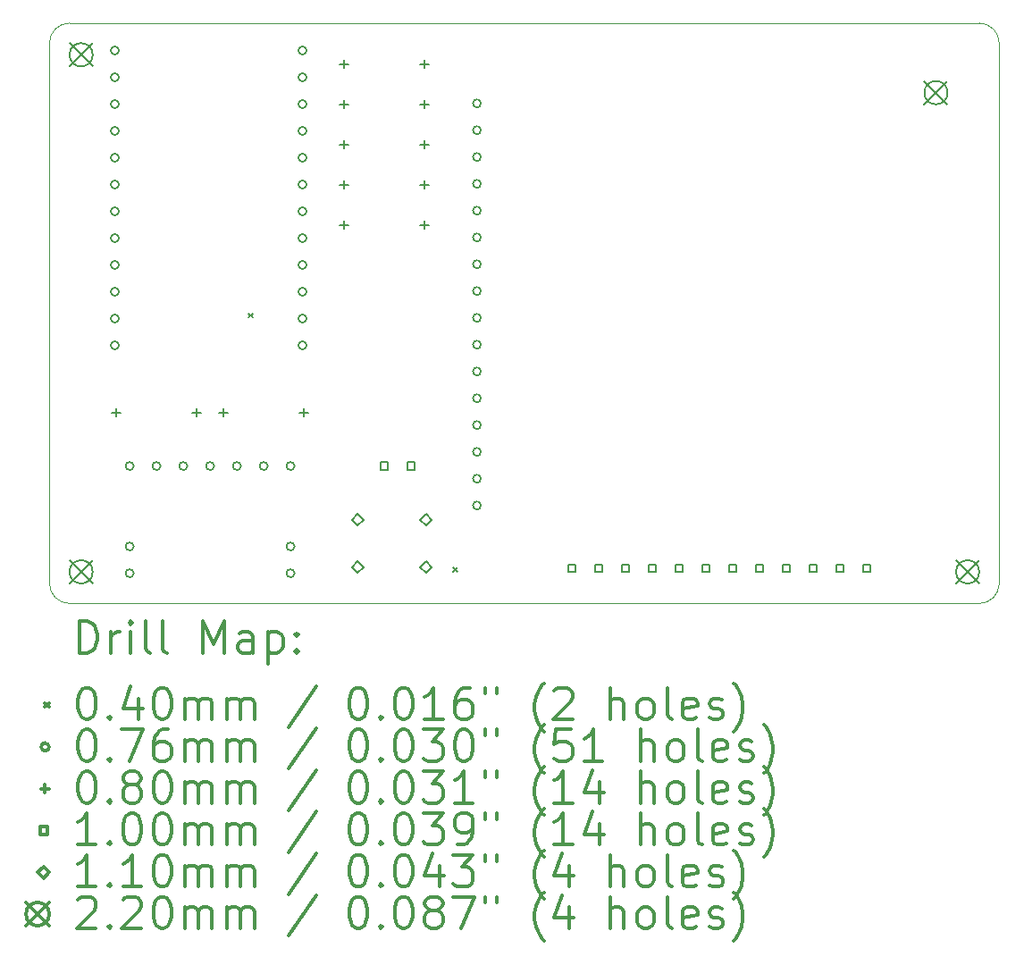
<source format=gbr>
%FSLAX45Y45*%
G04 Gerber Fmt 4.5, Leading zero omitted, Abs format (unit mm)*
G04 Created by KiCad (PCBNEW 5.1.5+dfsg1-2build2) date 2021-12-20 12:55:27*
%MOMM*%
%LPD*%
G04 APERTURE LIST*
%TA.AperFunction,Profile*%
%ADD10C,0.050000*%
%TD*%
%ADD11C,0.200000*%
%ADD12C,0.300000*%
G04 APERTURE END LIST*
D10*
X13000000Y-6091000D02*
G75*
G03X12809000Y-5900000I-191000J0D01*
G01*
X12809000Y-11400000D02*
G75*
G03X13000000Y-11209000I0J191000D01*
G01*
X4000000Y-11209000D02*
G75*
G03X4191000Y-11400000I191000J0D01*
G01*
X4191000Y-5900000D02*
G75*
G03X4000000Y-6091000I0J-191000D01*
G01*
X4000000Y-6091000D02*
X4000000Y-11209000D01*
X13000000Y-6091000D02*
X13000000Y-11209000D01*
X4191000Y-11400000D02*
X12809000Y-11400000D01*
X4191000Y-5900000D02*
X12809000Y-5900000D01*
D11*
X5888000Y-8649000D02*
X5928000Y-8689000D01*
X5928000Y-8649000D02*
X5888000Y-8689000D01*
X7824405Y-11056595D02*
X7864405Y-11096595D01*
X7864405Y-11056595D02*
X7824405Y-11096595D01*
X8088100Y-6661000D02*
G75*
G03X8088100Y-6661000I-38100J0D01*
G01*
X8088100Y-6915000D02*
G75*
G03X8088100Y-6915000I-38100J0D01*
G01*
X8088100Y-7169000D02*
G75*
G03X8088100Y-7169000I-38100J0D01*
G01*
X8088100Y-7423000D02*
G75*
G03X8088100Y-7423000I-38100J0D01*
G01*
X8088100Y-7677000D02*
G75*
G03X8088100Y-7677000I-38100J0D01*
G01*
X8088100Y-7931000D02*
G75*
G03X8088100Y-7931000I-38100J0D01*
G01*
X8088100Y-8185000D02*
G75*
G03X8088100Y-8185000I-38100J0D01*
G01*
X8088100Y-8439000D02*
G75*
G03X8088100Y-8439000I-38100J0D01*
G01*
X8088100Y-8693000D02*
G75*
G03X8088100Y-8693000I-38100J0D01*
G01*
X8088100Y-8947000D02*
G75*
G03X8088100Y-8947000I-38100J0D01*
G01*
X8088100Y-9201000D02*
G75*
G03X8088100Y-9201000I-38100J0D01*
G01*
X8088100Y-9455000D02*
G75*
G03X8088100Y-9455000I-38100J0D01*
G01*
X8088100Y-9709000D02*
G75*
G03X8088100Y-9709000I-38100J0D01*
G01*
X8088100Y-9963000D02*
G75*
G03X8088100Y-9963000I-38100J0D01*
G01*
X8088100Y-10217000D02*
G75*
G03X8088100Y-10217000I-38100J0D01*
G01*
X8088100Y-10471000D02*
G75*
G03X8088100Y-10471000I-38100J0D01*
G01*
X4798100Y-10097000D02*
G75*
G03X4798100Y-10097000I-38100J0D01*
G01*
X4798100Y-10859000D02*
G75*
G03X4798100Y-10859000I-38100J0D01*
G01*
X4798100Y-11113000D02*
G75*
G03X4798100Y-11113000I-38100J0D01*
G01*
X5052100Y-10097000D02*
G75*
G03X5052100Y-10097000I-38100J0D01*
G01*
X5306100Y-10097000D02*
G75*
G03X5306100Y-10097000I-38100J0D01*
G01*
X5560100Y-10097000D02*
G75*
G03X5560100Y-10097000I-38100J0D01*
G01*
X5814100Y-10097000D02*
G75*
G03X5814100Y-10097000I-38100J0D01*
G01*
X6068100Y-10097000D02*
G75*
G03X6068100Y-10097000I-38100J0D01*
G01*
X6322100Y-10097000D02*
G75*
G03X6322100Y-10097000I-38100J0D01*
G01*
X6322100Y-10859000D02*
G75*
G03X6322100Y-10859000I-38100J0D01*
G01*
X6322100Y-11113000D02*
G75*
G03X6322100Y-11113000I-38100J0D01*
G01*
X4657100Y-6159000D02*
G75*
G03X4657100Y-6159000I-38100J0D01*
G01*
X4657100Y-6413000D02*
G75*
G03X4657100Y-6413000I-38100J0D01*
G01*
X4657100Y-6667000D02*
G75*
G03X4657100Y-6667000I-38100J0D01*
G01*
X4657100Y-6921000D02*
G75*
G03X4657100Y-6921000I-38100J0D01*
G01*
X4657100Y-7175000D02*
G75*
G03X4657100Y-7175000I-38100J0D01*
G01*
X4657100Y-7429000D02*
G75*
G03X4657100Y-7429000I-38100J0D01*
G01*
X4657100Y-7683000D02*
G75*
G03X4657100Y-7683000I-38100J0D01*
G01*
X4657100Y-7937000D02*
G75*
G03X4657100Y-7937000I-38100J0D01*
G01*
X4657100Y-8191000D02*
G75*
G03X4657100Y-8191000I-38100J0D01*
G01*
X4657100Y-8445000D02*
G75*
G03X4657100Y-8445000I-38100J0D01*
G01*
X4657100Y-8699000D02*
G75*
G03X4657100Y-8699000I-38100J0D01*
G01*
X4657100Y-8953000D02*
G75*
G03X4657100Y-8953000I-38100J0D01*
G01*
X6435100Y-6159000D02*
G75*
G03X6435100Y-6159000I-38100J0D01*
G01*
X6435100Y-6413000D02*
G75*
G03X6435100Y-6413000I-38100J0D01*
G01*
X6435100Y-6667000D02*
G75*
G03X6435100Y-6667000I-38100J0D01*
G01*
X6435100Y-6921000D02*
G75*
G03X6435100Y-6921000I-38100J0D01*
G01*
X6435100Y-7175000D02*
G75*
G03X6435100Y-7175000I-38100J0D01*
G01*
X6435100Y-7429000D02*
G75*
G03X6435100Y-7429000I-38100J0D01*
G01*
X6435100Y-7683000D02*
G75*
G03X6435100Y-7683000I-38100J0D01*
G01*
X6435100Y-7937000D02*
G75*
G03X6435100Y-7937000I-38100J0D01*
G01*
X6435100Y-8191000D02*
G75*
G03X6435100Y-8191000I-38100J0D01*
G01*
X6435100Y-8445000D02*
G75*
G03X6435100Y-8445000I-38100J0D01*
G01*
X6435100Y-8699000D02*
G75*
G03X6435100Y-8699000I-38100J0D01*
G01*
X6435100Y-8953000D02*
G75*
G03X6435100Y-8953000I-38100J0D01*
G01*
X6792000Y-7009000D02*
X6792000Y-7089000D01*
X6752000Y-7049000D02*
X6832000Y-7049000D01*
X7554000Y-7009000D02*
X7554000Y-7089000D01*
X7514000Y-7049000D02*
X7594000Y-7049000D01*
X6792000Y-7390000D02*
X6792000Y-7470000D01*
X6752000Y-7430000D02*
X6832000Y-7430000D01*
X7554000Y-7390000D02*
X7554000Y-7470000D01*
X7514000Y-7430000D02*
X7594000Y-7430000D01*
X4633000Y-9549000D02*
X4633000Y-9629000D01*
X4593000Y-9589000D02*
X4673000Y-9589000D01*
X5395000Y-9549000D02*
X5395000Y-9629000D01*
X5355000Y-9589000D02*
X5435000Y-9589000D01*
X6792000Y-6628000D02*
X6792000Y-6708000D01*
X6752000Y-6668000D02*
X6832000Y-6668000D01*
X7554000Y-6628000D02*
X7554000Y-6708000D01*
X7514000Y-6668000D02*
X7594000Y-6668000D01*
X6792000Y-6247000D02*
X6792000Y-6327000D01*
X6752000Y-6287000D02*
X6832000Y-6287000D01*
X7554000Y-6247000D02*
X7554000Y-6327000D01*
X7514000Y-6287000D02*
X7594000Y-6287000D01*
X5649000Y-9549000D02*
X5649000Y-9629000D01*
X5609000Y-9589000D02*
X5689000Y-9589000D01*
X6411000Y-9549000D02*
X6411000Y-9629000D01*
X6371000Y-9589000D02*
X6451000Y-9589000D01*
X6792000Y-7771000D02*
X6792000Y-7851000D01*
X6752000Y-7811000D02*
X6832000Y-7811000D01*
X7554000Y-7771000D02*
X7554000Y-7851000D01*
X7514000Y-7811000D02*
X7594000Y-7811000D01*
X8986356Y-11101356D02*
X8986356Y-11030644D01*
X8915644Y-11030644D01*
X8915644Y-11101356D01*
X8986356Y-11101356D01*
X9240356Y-11101356D02*
X9240356Y-11030644D01*
X9169644Y-11030644D01*
X9169644Y-11101356D01*
X9240356Y-11101356D01*
X9494356Y-11101356D02*
X9494356Y-11030644D01*
X9423644Y-11030644D01*
X9423644Y-11101356D01*
X9494356Y-11101356D01*
X9748356Y-11101356D02*
X9748356Y-11030644D01*
X9677644Y-11030644D01*
X9677644Y-11101356D01*
X9748356Y-11101356D01*
X10002356Y-11101356D02*
X10002356Y-11030644D01*
X9931644Y-11030644D01*
X9931644Y-11101356D01*
X10002356Y-11101356D01*
X10256356Y-11101356D02*
X10256356Y-11030644D01*
X10185644Y-11030644D01*
X10185644Y-11101356D01*
X10256356Y-11101356D01*
X10510356Y-11101356D02*
X10510356Y-11030644D01*
X10439644Y-11030644D01*
X10439644Y-11101356D01*
X10510356Y-11101356D01*
X10764356Y-11101356D02*
X10764356Y-11030644D01*
X10693644Y-11030644D01*
X10693644Y-11101356D01*
X10764356Y-11101356D01*
X11018356Y-11101356D02*
X11018356Y-11030644D01*
X10947644Y-11030644D01*
X10947644Y-11101356D01*
X11018356Y-11101356D01*
X11272356Y-11101356D02*
X11272356Y-11030644D01*
X11201644Y-11030644D01*
X11201644Y-11101356D01*
X11272356Y-11101356D01*
X11526356Y-11101356D02*
X11526356Y-11030644D01*
X11455644Y-11030644D01*
X11455644Y-11101356D01*
X11526356Y-11101356D01*
X11780356Y-11101356D02*
X11780356Y-11030644D01*
X11709644Y-11030644D01*
X11709644Y-11101356D01*
X11780356Y-11101356D01*
X7208356Y-10132356D02*
X7208356Y-10061644D01*
X7137644Y-10061644D01*
X7137644Y-10132356D01*
X7208356Y-10132356D01*
X7462356Y-10132356D02*
X7462356Y-10061644D01*
X7391644Y-10061644D01*
X7391644Y-10132356D01*
X7462356Y-10132356D01*
X6919000Y-10660000D02*
X6974000Y-10605000D01*
X6919000Y-10550000D01*
X6864000Y-10605000D01*
X6919000Y-10660000D01*
X6919000Y-11110000D02*
X6974000Y-11055000D01*
X6919000Y-11000000D01*
X6864000Y-11055000D01*
X6919000Y-11110000D01*
X7569000Y-10660000D02*
X7624000Y-10605000D01*
X7569000Y-10550000D01*
X7514000Y-10605000D01*
X7569000Y-10660000D01*
X7569000Y-11110000D02*
X7624000Y-11055000D01*
X7569000Y-11000000D01*
X7514000Y-11055000D01*
X7569000Y-11110000D01*
X12590000Y-10990000D02*
X12810000Y-11210000D01*
X12810000Y-10990000D02*
X12590000Y-11210000D01*
X12810000Y-11100000D02*
G75*
G03X12810000Y-11100000I-110000J0D01*
G01*
X4190000Y-10990000D02*
X4410000Y-11210000D01*
X4410000Y-10990000D02*
X4190000Y-11210000D01*
X4410000Y-11100000D02*
G75*
G03X4410000Y-11100000I-110000J0D01*
G01*
X12290000Y-6450000D02*
X12510000Y-6670000D01*
X12510000Y-6450000D02*
X12290000Y-6670000D01*
X12510000Y-6560000D02*
G75*
G03X12510000Y-6560000I-110000J0D01*
G01*
X4190000Y-6090000D02*
X4410000Y-6310000D01*
X4410000Y-6090000D02*
X4190000Y-6310000D01*
X4410000Y-6200000D02*
G75*
G03X4410000Y-6200000I-110000J0D01*
G01*
D12*
X4283928Y-11868214D02*
X4283928Y-11568214D01*
X4355357Y-11568214D01*
X4398214Y-11582500D01*
X4426786Y-11611071D01*
X4441071Y-11639643D01*
X4455357Y-11696786D01*
X4455357Y-11739643D01*
X4441071Y-11796786D01*
X4426786Y-11825357D01*
X4398214Y-11853929D01*
X4355357Y-11868214D01*
X4283928Y-11868214D01*
X4583928Y-11868214D02*
X4583928Y-11668214D01*
X4583928Y-11725357D02*
X4598214Y-11696786D01*
X4612500Y-11682500D01*
X4641071Y-11668214D01*
X4669643Y-11668214D01*
X4769643Y-11868214D02*
X4769643Y-11668214D01*
X4769643Y-11568214D02*
X4755357Y-11582500D01*
X4769643Y-11596786D01*
X4783928Y-11582500D01*
X4769643Y-11568214D01*
X4769643Y-11596786D01*
X4955357Y-11868214D02*
X4926786Y-11853929D01*
X4912500Y-11825357D01*
X4912500Y-11568214D01*
X5112500Y-11868214D02*
X5083928Y-11853929D01*
X5069643Y-11825357D01*
X5069643Y-11568214D01*
X5455357Y-11868214D02*
X5455357Y-11568214D01*
X5555357Y-11782500D01*
X5655357Y-11568214D01*
X5655357Y-11868214D01*
X5926786Y-11868214D02*
X5926786Y-11711071D01*
X5912500Y-11682500D01*
X5883928Y-11668214D01*
X5826786Y-11668214D01*
X5798214Y-11682500D01*
X5926786Y-11853929D02*
X5898214Y-11868214D01*
X5826786Y-11868214D01*
X5798214Y-11853929D01*
X5783928Y-11825357D01*
X5783928Y-11796786D01*
X5798214Y-11768214D01*
X5826786Y-11753929D01*
X5898214Y-11753929D01*
X5926786Y-11739643D01*
X6069643Y-11668214D02*
X6069643Y-11968214D01*
X6069643Y-11682500D02*
X6098214Y-11668214D01*
X6155357Y-11668214D01*
X6183928Y-11682500D01*
X6198214Y-11696786D01*
X6212500Y-11725357D01*
X6212500Y-11811071D01*
X6198214Y-11839643D01*
X6183928Y-11853929D01*
X6155357Y-11868214D01*
X6098214Y-11868214D01*
X6069643Y-11853929D01*
X6341071Y-11839643D02*
X6355357Y-11853929D01*
X6341071Y-11868214D01*
X6326786Y-11853929D01*
X6341071Y-11839643D01*
X6341071Y-11868214D01*
X6341071Y-11682500D02*
X6355357Y-11696786D01*
X6341071Y-11711071D01*
X6326786Y-11696786D01*
X6341071Y-11682500D01*
X6341071Y-11711071D01*
X3957500Y-12342500D02*
X3997500Y-12382500D01*
X3997500Y-12342500D02*
X3957500Y-12382500D01*
X4341071Y-12198214D02*
X4369643Y-12198214D01*
X4398214Y-12212500D01*
X4412500Y-12226786D01*
X4426786Y-12255357D01*
X4441071Y-12312500D01*
X4441071Y-12383929D01*
X4426786Y-12441071D01*
X4412500Y-12469643D01*
X4398214Y-12483929D01*
X4369643Y-12498214D01*
X4341071Y-12498214D01*
X4312500Y-12483929D01*
X4298214Y-12469643D01*
X4283928Y-12441071D01*
X4269643Y-12383929D01*
X4269643Y-12312500D01*
X4283928Y-12255357D01*
X4298214Y-12226786D01*
X4312500Y-12212500D01*
X4341071Y-12198214D01*
X4569643Y-12469643D02*
X4583928Y-12483929D01*
X4569643Y-12498214D01*
X4555357Y-12483929D01*
X4569643Y-12469643D01*
X4569643Y-12498214D01*
X4841071Y-12298214D02*
X4841071Y-12498214D01*
X4769643Y-12183929D02*
X4698214Y-12398214D01*
X4883928Y-12398214D01*
X5055357Y-12198214D02*
X5083928Y-12198214D01*
X5112500Y-12212500D01*
X5126786Y-12226786D01*
X5141071Y-12255357D01*
X5155357Y-12312500D01*
X5155357Y-12383929D01*
X5141071Y-12441071D01*
X5126786Y-12469643D01*
X5112500Y-12483929D01*
X5083928Y-12498214D01*
X5055357Y-12498214D01*
X5026786Y-12483929D01*
X5012500Y-12469643D01*
X4998214Y-12441071D01*
X4983928Y-12383929D01*
X4983928Y-12312500D01*
X4998214Y-12255357D01*
X5012500Y-12226786D01*
X5026786Y-12212500D01*
X5055357Y-12198214D01*
X5283928Y-12498214D02*
X5283928Y-12298214D01*
X5283928Y-12326786D02*
X5298214Y-12312500D01*
X5326786Y-12298214D01*
X5369643Y-12298214D01*
X5398214Y-12312500D01*
X5412500Y-12341071D01*
X5412500Y-12498214D01*
X5412500Y-12341071D02*
X5426786Y-12312500D01*
X5455357Y-12298214D01*
X5498214Y-12298214D01*
X5526786Y-12312500D01*
X5541071Y-12341071D01*
X5541071Y-12498214D01*
X5683928Y-12498214D02*
X5683928Y-12298214D01*
X5683928Y-12326786D02*
X5698214Y-12312500D01*
X5726786Y-12298214D01*
X5769643Y-12298214D01*
X5798214Y-12312500D01*
X5812500Y-12341071D01*
X5812500Y-12498214D01*
X5812500Y-12341071D02*
X5826786Y-12312500D01*
X5855357Y-12298214D01*
X5898214Y-12298214D01*
X5926786Y-12312500D01*
X5941071Y-12341071D01*
X5941071Y-12498214D01*
X6526786Y-12183929D02*
X6269643Y-12569643D01*
X6912500Y-12198214D02*
X6941071Y-12198214D01*
X6969643Y-12212500D01*
X6983928Y-12226786D01*
X6998214Y-12255357D01*
X7012500Y-12312500D01*
X7012500Y-12383929D01*
X6998214Y-12441071D01*
X6983928Y-12469643D01*
X6969643Y-12483929D01*
X6941071Y-12498214D01*
X6912500Y-12498214D01*
X6883928Y-12483929D01*
X6869643Y-12469643D01*
X6855357Y-12441071D01*
X6841071Y-12383929D01*
X6841071Y-12312500D01*
X6855357Y-12255357D01*
X6869643Y-12226786D01*
X6883928Y-12212500D01*
X6912500Y-12198214D01*
X7141071Y-12469643D02*
X7155357Y-12483929D01*
X7141071Y-12498214D01*
X7126786Y-12483929D01*
X7141071Y-12469643D01*
X7141071Y-12498214D01*
X7341071Y-12198214D02*
X7369643Y-12198214D01*
X7398214Y-12212500D01*
X7412500Y-12226786D01*
X7426786Y-12255357D01*
X7441071Y-12312500D01*
X7441071Y-12383929D01*
X7426786Y-12441071D01*
X7412500Y-12469643D01*
X7398214Y-12483929D01*
X7369643Y-12498214D01*
X7341071Y-12498214D01*
X7312500Y-12483929D01*
X7298214Y-12469643D01*
X7283928Y-12441071D01*
X7269643Y-12383929D01*
X7269643Y-12312500D01*
X7283928Y-12255357D01*
X7298214Y-12226786D01*
X7312500Y-12212500D01*
X7341071Y-12198214D01*
X7726786Y-12498214D02*
X7555357Y-12498214D01*
X7641071Y-12498214D02*
X7641071Y-12198214D01*
X7612500Y-12241071D01*
X7583928Y-12269643D01*
X7555357Y-12283929D01*
X7983928Y-12198214D02*
X7926786Y-12198214D01*
X7898214Y-12212500D01*
X7883928Y-12226786D01*
X7855357Y-12269643D01*
X7841071Y-12326786D01*
X7841071Y-12441071D01*
X7855357Y-12469643D01*
X7869643Y-12483929D01*
X7898214Y-12498214D01*
X7955357Y-12498214D01*
X7983928Y-12483929D01*
X7998214Y-12469643D01*
X8012500Y-12441071D01*
X8012500Y-12369643D01*
X7998214Y-12341071D01*
X7983928Y-12326786D01*
X7955357Y-12312500D01*
X7898214Y-12312500D01*
X7869643Y-12326786D01*
X7855357Y-12341071D01*
X7841071Y-12369643D01*
X8126786Y-12198214D02*
X8126786Y-12255357D01*
X8241071Y-12198214D02*
X8241071Y-12255357D01*
X8683928Y-12612500D02*
X8669643Y-12598214D01*
X8641071Y-12555357D01*
X8626786Y-12526786D01*
X8612500Y-12483929D01*
X8598214Y-12412500D01*
X8598214Y-12355357D01*
X8612500Y-12283929D01*
X8626786Y-12241071D01*
X8641071Y-12212500D01*
X8669643Y-12169643D01*
X8683928Y-12155357D01*
X8783928Y-12226786D02*
X8798214Y-12212500D01*
X8826786Y-12198214D01*
X8898214Y-12198214D01*
X8926786Y-12212500D01*
X8941071Y-12226786D01*
X8955357Y-12255357D01*
X8955357Y-12283929D01*
X8941071Y-12326786D01*
X8769643Y-12498214D01*
X8955357Y-12498214D01*
X9312500Y-12498214D02*
X9312500Y-12198214D01*
X9441071Y-12498214D02*
X9441071Y-12341071D01*
X9426786Y-12312500D01*
X9398214Y-12298214D01*
X9355357Y-12298214D01*
X9326786Y-12312500D01*
X9312500Y-12326786D01*
X9626786Y-12498214D02*
X9598214Y-12483929D01*
X9583928Y-12469643D01*
X9569643Y-12441071D01*
X9569643Y-12355357D01*
X9583928Y-12326786D01*
X9598214Y-12312500D01*
X9626786Y-12298214D01*
X9669643Y-12298214D01*
X9698214Y-12312500D01*
X9712500Y-12326786D01*
X9726786Y-12355357D01*
X9726786Y-12441071D01*
X9712500Y-12469643D01*
X9698214Y-12483929D01*
X9669643Y-12498214D01*
X9626786Y-12498214D01*
X9898214Y-12498214D02*
X9869643Y-12483929D01*
X9855357Y-12455357D01*
X9855357Y-12198214D01*
X10126786Y-12483929D02*
X10098214Y-12498214D01*
X10041071Y-12498214D01*
X10012500Y-12483929D01*
X9998214Y-12455357D01*
X9998214Y-12341071D01*
X10012500Y-12312500D01*
X10041071Y-12298214D01*
X10098214Y-12298214D01*
X10126786Y-12312500D01*
X10141071Y-12341071D01*
X10141071Y-12369643D01*
X9998214Y-12398214D01*
X10255357Y-12483929D02*
X10283928Y-12498214D01*
X10341071Y-12498214D01*
X10369643Y-12483929D01*
X10383928Y-12455357D01*
X10383928Y-12441071D01*
X10369643Y-12412500D01*
X10341071Y-12398214D01*
X10298214Y-12398214D01*
X10269643Y-12383929D01*
X10255357Y-12355357D01*
X10255357Y-12341071D01*
X10269643Y-12312500D01*
X10298214Y-12298214D01*
X10341071Y-12298214D01*
X10369643Y-12312500D01*
X10483928Y-12612500D02*
X10498214Y-12598214D01*
X10526786Y-12555357D01*
X10541071Y-12526786D01*
X10555357Y-12483929D01*
X10569643Y-12412500D01*
X10569643Y-12355357D01*
X10555357Y-12283929D01*
X10541071Y-12241071D01*
X10526786Y-12212500D01*
X10498214Y-12169643D01*
X10483928Y-12155357D01*
X3997500Y-12758500D02*
G75*
G03X3997500Y-12758500I-38100J0D01*
G01*
X4341071Y-12594214D02*
X4369643Y-12594214D01*
X4398214Y-12608500D01*
X4412500Y-12622786D01*
X4426786Y-12651357D01*
X4441071Y-12708500D01*
X4441071Y-12779929D01*
X4426786Y-12837071D01*
X4412500Y-12865643D01*
X4398214Y-12879929D01*
X4369643Y-12894214D01*
X4341071Y-12894214D01*
X4312500Y-12879929D01*
X4298214Y-12865643D01*
X4283928Y-12837071D01*
X4269643Y-12779929D01*
X4269643Y-12708500D01*
X4283928Y-12651357D01*
X4298214Y-12622786D01*
X4312500Y-12608500D01*
X4341071Y-12594214D01*
X4569643Y-12865643D02*
X4583928Y-12879929D01*
X4569643Y-12894214D01*
X4555357Y-12879929D01*
X4569643Y-12865643D01*
X4569643Y-12894214D01*
X4683928Y-12594214D02*
X4883928Y-12594214D01*
X4755357Y-12894214D01*
X5126786Y-12594214D02*
X5069643Y-12594214D01*
X5041071Y-12608500D01*
X5026786Y-12622786D01*
X4998214Y-12665643D01*
X4983928Y-12722786D01*
X4983928Y-12837071D01*
X4998214Y-12865643D01*
X5012500Y-12879929D01*
X5041071Y-12894214D01*
X5098214Y-12894214D01*
X5126786Y-12879929D01*
X5141071Y-12865643D01*
X5155357Y-12837071D01*
X5155357Y-12765643D01*
X5141071Y-12737071D01*
X5126786Y-12722786D01*
X5098214Y-12708500D01*
X5041071Y-12708500D01*
X5012500Y-12722786D01*
X4998214Y-12737071D01*
X4983928Y-12765643D01*
X5283928Y-12894214D02*
X5283928Y-12694214D01*
X5283928Y-12722786D02*
X5298214Y-12708500D01*
X5326786Y-12694214D01*
X5369643Y-12694214D01*
X5398214Y-12708500D01*
X5412500Y-12737071D01*
X5412500Y-12894214D01*
X5412500Y-12737071D02*
X5426786Y-12708500D01*
X5455357Y-12694214D01*
X5498214Y-12694214D01*
X5526786Y-12708500D01*
X5541071Y-12737071D01*
X5541071Y-12894214D01*
X5683928Y-12894214D02*
X5683928Y-12694214D01*
X5683928Y-12722786D02*
X5698214Y-12708500D01*
X5726786Y-12694214D01*
X5769643Y-12694214D01*
X5798214Y-12708500D01*
X5812500Y-12737071D01*
X5812500Y-12894214D01*
X5812500Y-12737071D02*
X5826786Y-12708500D01*
X5855357Y-12694214D01*
X5898214Y-12694214D01*
X5926786Y-12708500D01*
X5941071Y-12737071D01*
X5941071Y-12894214D01*
X6526786Y-12579929D02*
X6269643Y-12965643D01*
X6912500Y-12594214D02*
X6941071Y-12594214D01*
X6969643Y-12608500D01*
X6983928Y-12622786D01*
X6998214Y-12651357D01*
X7012500Y-12708500D01*
X7012500Y-12779929D01*
X6998214Y-12837071D01*
X6983928Y-12865643D01*
X6969643Y-12879929D01*
X6941071Y-12894214D01*
X6912500Y-12894214D01*
X6883928Y-12879929D01*
X6869643Y-12865643D01*
X6855357Y-12837071D01*
X6841071Y-12779929D01*
X6841071Y-12708500D01*
X6855357Y-12651357D01*
X6869643Y-12622786D01*
X6883928Y-12608500D01*
X6912500Y-12594214D01*
X7141071Y-12865643D02*
X7155357Y-12879929D01*
X7141071Y-12894214D01*
X7126786Y-12879929D01*
X7141071Y-12865643D01*
X7141071Y-12894214D01*
X7341071Y-12594214D02*
X7369643Y-12594214D01*
X7398214Y-12608500D01*
X7412500Y-12622786D01*
X7426786Y-12651357D01*
X7441071Y-12708500D01*
X7441071Y-12779929D01*
X7426786Y-12837071D01*
X7412500Y-12865643D01*
X7398214Y-12879929D01*
X7369643Y-12894214D01*
X7341071Y-12894214D01*
X7312500Y-12879929D01*
X7298214Y-12865643D01*
X7283928Y-12837071D01*
X7269643Y-12779929D01*
X7269643Y-12708500D01*
X7283928Y-12651357D01*
X7298214Y-12622786D01*
X7312500Y-12608500D01*
X7341071Y-12594214D01*
X7541071Y-12594214D02*
X7726786Y-12594214D01*
X7626786Y-12708500D01*
X7669643Y-12708500D01*
X7698214Y-12722786D01*
X7712500Y-12737071D01*
X7726786Y-12765643D01*
X7726786Y-12837071D01*
X7712500Y-12865643D01*
X7698214Y-12879929D01*
X7669643Y-12894214D01*
X7583928Y-12894214D01*
X7555357Y-12879929D01*
X7541071Y-12865643D01*
X7912500Y-12594214D02*
X7941071Y-12594214D01*
X7969643Y-12608500D01*
X7983928Y-12622786D01*
X7998214Y-12651357D01*
X8012500Y-12708500D01*
X8012500Y-12779929D01*
X7998214Y-12837071D01*
X7983928Y-12865643D01*
X7969643Y-12879929D01*
X7941071Y-12894214D01*
X7912500Y-12894214D01*
X7883928Y-12879929D01*
X7869643Y-12865643D01*
X7855357Y-12837071D01*
X7841071Y-12779929D01*
X7841071Y-12708500D01*
X7855357Y-12651357D01*
X7869643Y-12622786D01*
X7883928Y-12608500D01*
X7912500Y-12594214D01*
X8126786Y-12594214D02*
X8126786Y-12651357D01*
X8241071Y-12594214D02*
X8241071Y-12651357D01*
X8683928Y-13008500D02*
X8669643Y-12994214D01*
X8641071Y-12951357D01*
X8626786Y-12922786D01*
X8612500Y-12879929D01*
X8598214Y-12808500D01*
X8598214Y-12751357D01*
X8612500Y-12679929D01*
X8626786Y-12637071D01*
X8641071Y-12608500D01*
X8669643Y-12565643D01*
X8683928Y-12551357D01*
X8941071Y-12594214D02*
X8798214Y-12594214D01*
X8783928Y-12737071D01*
X8798214Y-12722786D01*
X8826786Y-12708500D01*
X8898214Y-12708500D01*
X8926786Y-12722786D01*
X8941071Y-12737071D01*
X8955357Y-12765643D01*
X8955357Y-12837071D01*
X8941071Y-12865643D01*
X8926786Y-12879929D01*
X8898214Y-12894214D01*
X8826786Y-12894214D01*
X8798214Y-12879929D01*
X8783928Y-12865643D01*
X9241071Y-12894214D02*
X9069643Y-12894214D01*
X9155357Y-12894214D02*
X9155357Y-12594214D01*
X9126786Y-12637071D01*
X9098214Y-12665643D01*
X9069643Y-12679929D01*
X9598214Y-12894214D02*
X9598214Y-12594214D01*
X9726786Y-12894214D02*
X9726786Y-12737071D01*
X9712500Y-12708500D01*
X9683928Y-12694214D01*
X9641071Y-12694214D01*
X9612500Y-12708500D01*
X9598214Y-12722786D01*
X9912500Y-12894214D02*
X9883928Y-12879929D01*
X9869643Y-12865643D01*
X9855357Y-12837071D01*
X9855357Y-12751357D01*
X9869643Y-12722786D01*
X9883928Y-12708500D01*
X9912500Y-12694214D01*
X9955357Y-12694214D01*
X9983928Y-12708500D01*
X9998214Y-12722786D01*
X10012500Y-12751357D01*
X10012500Y-12837071D01*
X9998214Y-12865643D01*
X9983928Y-12879929D01*
X9955357Y-12894214D01*
X9912500Y-12894214D01*
X10183928Y-12894214D02*
X10155357Y-12879929D01*
X10141071Y-12851357D01*
X10141071Y-12594214D01*
X10412500Y-12879929D02*
X10383928Y-12894214D01*
X10326786Y-12894214D01*
X10298214Y-12879929D01*
X10283928Y-12851357D01*
X10283928Y-12737071D01*
X10298214Y-12708500D01*
X10326786Y-12694214D01*
X10383928Y-12694214D01*
X10412500Y-12708500D01*
X10426786Y-12737071D01*
X10426786Y-12765643D01*
X10283928Y-12794214D01*
X10541071Y-12879929D02*
X10569643Y-12894214D01*
X10626786Y-12894214D01*
X10655357Y-12879929D01*
X10669643Y-12851357D01*
X10669643Y-12837071D01*
X10655357Y-12808500D01*
X10626786Y-12794214D01*
X10583928Y-12794214D01*
X10555357Y-12779929D01*
X10541071Y-12751357D01*
X10541071Y-12737071D01*
X10555357Y-12708500D01*
X10583928Y-12694214D01*
X10626786Y-12694214D01*
X10655357Y-12708500D01*
X10769643Y-13008500D02*
X10783928Y-12994214D01*
X10812500Y-12951357D01*
X10826786Y-12922786D01*
X10841071Y-12879929D01*
X10855357Y-12808500D01*
X10855357Y-12751357D01*
X10841071Y-12679929D01*
X10826786Y-12637071D01*
X10812500Y-12608500D01*
X10783928Y-12565643D01*
X10769643Y-12551357D01*
X3957500Y-13114500D02*
X3957500Y-13194500D01*
X3917500Y-13154500D02*
X3997500Y-13154500D01*
X4341071Y-12990214D02*
X4369643Y-12990214D01*
X4398214Y-13004500D01*
X4412500Y-13018786D01*
X4426786Y-13047357D01*
X4441071Y-13104500D01*
X4441071Y-13175929D01*
X4426786Y-13233071D01*
X4412500Y-13261643D01*
X4398214Y-13275929D01*
X4369643Y-13290214D01*
X4341071Y-13290214D01*
X4312500Y-13275929D01*
X4298214Y-13261643D01*
X4283928Y-13233071D01*
X4269643Y-13175929D01*
X4269643Y-13104500D01*
X4283928Y-13047357D01*
X4298214Y-13018786D01*
X4312500Y-13004500D01*
X4341071Y-12990214D01*
X4569643Y-13261643D02*
X4583928Y-13275929D01*
X4569643Y-13290214D01*
X4555357Y-13275929D01*
X4569643Y-13261643D01*
X4569643Y-13290214D01*
X4755357Y-13118786D02*
X4726786Y-13104500D01*
X4712500Y-13090214D01*
X4698214Y-13061643D01*
X4698214Y-13047357D01*
X4712500Y-13018786D01*
X4726786Y-13004500D01*
X4755357Y-12990214D01*
X4812500Y-12990214D01*
X4841071Y-13004500D01*
X4855357Y-13018786D01*
X4869643Y-13047357D01*
X4869643Y-13061643D01*
X4855357Y-13090214D01*
X4841071Y-13104500D01*
X4812500Y-13118786D01*
X4755357Y-13118786D01*
X4726786Y-13133071D01*
X4712500Y-13147357D01*
X4698214Y-13175929D01*
X4698214Y-13233071D01*
X4712500Y-13261643D01*
X4726786Y-13275929D01*
X4755357Y-13290214D01*
X4812500Y-13290214D01*
X4841071Y-13275929D01*
X4855357Y-13261643D01*
X4869643Y-13233071D01*
X4869643Y-13175929D01*
X4855357Y-13147357D01*
X4841071Y-13133071D01*
X4812500Y-13118786D01*
X5055357Y-12990214D02*
X5083928Y-12990214D01*
X5112500Y-13004500D01*
X5126786Y-13018786D01*
X5141071Y-13047357D01*
X5155357Y-13104500D01*
X5155357Y-13175929D01*
X5141071Y-13233071D01*
X5126786Y-13261643D01*
X5112500Y-13275929D01*
X5083928Y-13290214D01*
X5055357Y-13290214D01*
X5026786Y-13275929D01*
X5012500Y-13261643D01*
X4998214Y-13233071D01*
X4983928Y-13175929D01*
X4983928Y-13104500D01*
X4998214Y-13047357D01*
X5012500Y-13018786D01*
X5026786Y-13004500D01*
X5055357Y-12990214D01*
X5283928Y-13290214D02*
X5283928Y-13090214D01*
X5283928Y-13118786D02*
X5298214Y-13104500D01*
X5326786Y-13090214D01*
X5369643Y-13090214D01*
X5398214Y-13104500D01*
X5412500Y-13133071D01*
X5412500Y-13290214D01*
X5412500Y-13133071D02*
X5426786Y-13104500D01*
X5455357Y-13090214D01*
X5498214Y-13090214D01*
X5526786Y-13104500D01*
X5541071Y-13133071D01*
X5541071Y-13290214D01*
X5683928Y-13290214D02*
X5683928Y-13090214D01*
X5683928Y-13118786D02*
X5698214Y-13104500D01*
X5726786Y-13090214D01*
X5769643Y-13090214D01*
X5798214Y-13104500D01*
X5812500Y-13133071D01*
X5812500Y-13290214D01*
X5812500Y-13133071D02*
X5826786Y-13104500D01*
X5855357Y-13090214D01*
X5898214Y-13090214D01*
X5926786Y-13104500D01*
X5941071Y-13133071D01*
X5941071Y-13290214D01*
X6526786Y-12975929D02*
X6269643Y-13361643D01*
X6912500Y-12990214D02*
X6941071Y-12990214D01*
X6969643Y-13004500D01*
X6983928Y-13018786D01*
X6998214Y-13047357D01*
X7012500Y-13104500D01*
X7012500Y-13175929D01*
X6998214Y-13233071D01*
X6983928Y-13261643D01*
X6969643Y-13275929D01*
X6941071Y-13290214D01*
X6912500Y-13290214D01*
X6883928Y-13275929D01*
X6869643Y-13261643D01*
X6855357Y-13233071D01*
X6841071Y-13175929D01*
X6841071Y-13104500D01*
X6855357Y-13047357D01*
X6869643Y-13018786D01*
X6883928Y-13004500D01*
X6912500Y-12990214D01*
X7141071Y-13261643D02*
X7155357Y-13275929D01*
X7141071Y-13290214D01*
X7126786Y-13275929D01*
X7141071Y-13261643D01*
X7141071Y-13290214D01*
X7341071Y-12990214D02*
X7369643Y-12990214D01*
X7398214Y-13004500D01*
X7412500Y-13018786D01*
X7426786Y-13047357D01*
X7441071Y-13104500D01*
X7441071Y-13175929D01*
X7426786Y-13233071D01*
X7412500Y-13261643D01*
X7398214Y-13275929D01*
X7369643Y-13290214D01*
X7341071Y-13290214D01*
X7312500Y-13275929D01*
X7298214Y-13261643D01*
X7283928Y-13233071D01*
X7269643Y-13175929D01*
X7269643Y-13104500D01*
X7283928Y-13047357D01*
X7298214Y-13018786D01*
X7312500Y-13004500D01*
X7341071Y-12990214D01*
X7541071Y-12990214D02*
X7726786Y-12990214D01*
X7626786Y-13104500D01*
X7669643Y-13104500D01*
X7698214Y-13118786D01*
X7712500Y-13133071D01*
X7726786Y-13161643D01*
X7726786Y-13233071D01*
X7712500Y-13261643D01*
X7698214Y-13275929D01*
X7669643Y-13290214D01*
X7583928Y-13290214D01*
X7555357Y-13275929D01*
X7541071Y-13261643D01*
X8012500Y-13290214D02*
X7841071Y-13290214D01*
X7926786Y-13290214D02*
X7926786Y-12990214D01*
X7898214Y-13033071D01*
X7869643Y-13061643D01*
X7841071Y-13075929D01*
X8126786Y-12990214D02*
X8126786Y-13047357D01*
X8241071Y-12990214D02*
X8241071Y-13047357D01*
X8683928Y-13404500D02*
X8669643Y-13390214D01*
X8641071Y-13347357D01*
X8626786Y-13318786D01*
X8612500Y-13275929D01*
X8598214Y-13204500D01*
X8598214Y-13147357D01*
X8612500Y-13075929D01*
X8626786Y-13033071D01*
X8641071Y-13004500D01*
X8669643Y-12961643D01*
X8683928Y-12947357D01*
X8955357Y-13290214D02*
X8783928Y-13290214D01*
X8869643Y-13290214D02*
X8869643Y-12990214D01*
X8841071Y-13033071D01*
X8812500Y-13061643D01*
X8783928Y-13075929D01*
X9212500Y-13090214D02*
X9212500Y-13290214D01*
X9141071Y-12975929D02*
X9069643Y-13190214D01*
X9255357Y-13190214D01*
X9598214Y-13290214D02*
X9598214Y-12990214D01*
X9726786Y-13290214D02*
X9726786Y-13133071D01*
X9712500Y-13104500D01*
X9683928Y-13090214D01*
X9641071Y-13090214D01*
X9612500Y-13104500D01*
X9598214Y-13118786D01*
X9912500Y-13290214D02*
X9883928Y-13275929D01*
X9869643Y-13261643D01*
X9855357Y-13233071D01*
X9855357Y-13147357D01*
X9869643Y-13118786D01*
X9883928Y-13104500D01*
X9912500Y-13090214D01*
X9955357Y-13090214D01*
X9983928Y-13104500D01*
X9998214Y-13118786D01*
X10012500Y-13147357D01*
X10012500Y-13233071D01*
X9998214Y-13261643D01*
X9983928Y-13275929D01*
X9955357Y-13290214D01*
X9912500Y-13290214D01*
X10183928Y-13290214D02*
X10155357Y-13275929D01*
X10141071Y-13247357D01*
X10141071Y-12990214D01*
X10412500Y-13275929D02*
X10383928Y-13290214D01*
X10326786Y-13290214D01*
X10298214Y-13275929D01*
X10283928Y-13247357D01*
X10283928Y-13133071D01*
X10298214Y-13104500D01*
X10326786Y-13090214D01*
X10383928Y-13090214D01*
X10412500Y-13104500D01*
X10426786Y-13133071D01*
X10426786Y-13161643D01*
X10283928Y-13190214D01*
X10541071Y-13275929D02*
X10569643Y-13290214D01*
X10626786Y-13290214D01*
X10655357Y-13275929D01*
X10669643Y-13247357D01*
X10669643Y-13233071D01*
X10655357Y-13204500D01*
X10626786Y-13190214D01*
X10583928Y-13190214D01*
X10555357Y-13175929D01*
X10541071Y-13147357D01*
X10541071Y-13133071D01*
X10555357Y-13104500D01*
X10583928Y-13090214D01*
X10626786Y-13090214D01*
X10655357Y-13104500D01*
X10769643Y-13404500D02*
X10783928Y-13390214D01*
X10812500Y-13347357D01*
X10826786Y-13318786D01*
X10841071Y-13275929D01*
X10855357Y-13204500D01*
X10855357Y-13147357D01*
X10841071Y-13075929D01*
X10826786Y-13033071D01*
X10812500Y-13004500D01*
X10783928Y-12961643D01*
X10769643Y-12947357D01*
X3982856Y-13585856D02*
X3982856Y-13515144D01*
X3912144Y-13515144D01*
X3912144Y-13585856D01*
X3982856Y-13585856D01*
X4441071Y-13686214D02*
X4269643Y-13686214D01*
X4355357Y-13686214D02*
X4355357Y-13386214D01*
X4326786Y-13429071D01*
X4298214Y-13457643D01*
X4269643Y-13471929D01*
X4569643Y-13657643D02*
X4583928Y-13671929D01*
X4569643Y-13686214D01*
X4555357Y-13671929D01*
X4569643Y-13657643D01*
X4569643Y-13686214D01*
X4769643Y-13386214D02*
X4798214Y-13386214D01*
X4826786Y-13400500D01*
X4841071Y-13414786D01*
X4855357Y-13443357D01*
X4869643Y-13500500D01*
X4869643Y-13571929D01*
X4855357Y-13629071D01*
X4841071Y-13657643D01*
X4826786Y-13671929D01*
X4798214Y-13686214D01*
X4769643Y-13686214D01*
X4741071Y-13671929D01*
X4726786Y-13657643D01*
X4712500Y-13629071D01*
X4698214Y-13571929D01*
X4698214Y-13500500D01*
X4712500Y-13443357D01*
X4726786Y-13414786D01*
X4741071Y-13400500D01*
X4769643Y-13386214D01*
X5055357Y-13386214D02*
X5083928Y-13386214D01*
X5112500Y-13400500D01*
X5126786Y-13414786D01*
X5141071Y-13443357D01*
X5155357Y-13500500D01*
X5155357Y-13571929D01*
X5141071Y-13629071D01*
X5126786Y-13657643D01*
X5112500Y-13671929D01*
X5083928Y-13686214D01*
X5055357Y-13686214D01*
X5026786Y-13671929D01*
X5012500Y-13657643D01*
X4998214Y-13629071D01*
X4983928Y-13571929D01*
X4983928Y-13500500D01*
X4998214Y-13443357D01*
X5012500Y-13414786D01*
X5026786Y-13400500D01*
X5055357Y-13386214D01*
X5283928Y-13686214D02*
X5283928Y-13486214D01*
X5283928Y-13514786D02*
X5298214Y-13500500D01*
X5326786Y-13486214D01*
X5369643Y-13486214D01*
X5398214Y-13500500D01*
X5412500Y-13529071D01*
X5412500Y-13686214D01*
X5412500Y-13529071D02*
X5426786Y-13500500D01*
X5455357Y-13486214D01*
X5498214Y-13486214D01*
X5526786Y-13500500D01*
X5541071Y-13529071D01*
X5541071Y-13686214D01*
X5683928Y-13686214D02*
X5683928Y-13486214D01*
X5683928Y-13514786D02*
X5698214Y-13500500D01*
X5726786Y-13486214D01*
X5769643Y-13486214D01*
X5798214Y-13500500D01*
X5812500Y-13529071D01*
X5812500Y-13686214D01*
X5812500Y-13529071D02*
X5826786Y-13500500D01*
X5855357Y-13486214D01*
X5898214Y-13486214D01*
X5926786Y-13500500D01*
X5941071Y-13529071D01*
X5941071Y-13686214D01*
X6526786Y-13371929D02*
X6269643Y-13757643D01*
X6912500Y-13386214D02*
X6941071Y-13386214D01*
X6969643Y-13400500D01*
X6983928Y-13414786D01*
X6998214Y-13443357D01*
X7012500Y-13500500D01*
X7012500Y-13571929D01*
X6998214Y-13629071D01*
X6983928Y-13657643D01*
X6969643Y-13671929D01*
X6941071Y-13686214D01*
X6912500Y-13686214D01*
X6883928Y-13671929D01*
X6869643Y-13657643D01*
X6855357Y-13629071D01*
X6841071Y-13571929D01*
X6841071Y-13500500D01*
X6855357Y-13443357D01*
X6869643Y-13414786D01*
X6883928Y-13400500D01*
X6912500Y-13386214D01*
X7141071Y-13657643D02*
X7155357Y-13671929D01*
X7141071Y-13686214D01*
X7126786Y-13671929D01*
X7141071Y-13657643D01*
X7141071Y-13686214D01*
X7341071Y-13386214D02*
X7369643Y-13386214D01*
X7398214Y-13400500D01*
X7412500Y-13414786D01*
X7426786Y-13443357D01*
X7441071Y-13500500D01*
X7441071Y-13571929D01*
X7426786Y-13629071D01*
X7412500Y-13657643D01*
X7398214Y-13671929D01*
X7369643Y-13686214D01*
X7341071Y-13686214D01*
X7312500Y-13671929D01*
X7298214Y-13657643D01*
X7283928Y-13629071D01*
X7269643Y-13571929D01*
X7269643Y-13500500D01*
X7283928Y-13443357D01*
X7298214Y-13414786D01*
X7312500Y-13400500D01*
X7341071Y-13386214D01*
X7541071Y-13386214D02*
X7726786Y-13386214D01*
X7626786Y-13500500D01*
X7669643Y-13500500D01*
X7698214Y-13514786D01*
X7712500Y-13529071D01*
X7726786Y-13557643D01*
X7726786Y-13629071D01*
X7712500Y-13657643D01*
X7698214Y-13671929D01*
X7669643Y-13686214D01*
X7583928Y-13686214D01*
X7555357Y-13671929D01*
X7541071Y-13657643D01*
X7869643Y-13686214D02*
X7926786Y-13686214D01*
X7955357Y-13671929D01*
X7969643Y-13657643D01*
X7998214Y-13614786D01*
X8012500Y-13557643D01*
X8012500Y-13443357D01*
X7998214Y-13414786D01*
X7983928Y-13400500D01*
X7955357Y-13386214D01*
X7898214Y-13386214D01*
X7869643Y-13400500D01*
X7855357Y-13414786D01*
X7841071Y-13443357D01*
X7841071Y-13514786D01*
X7855357Y-13543357D01*
X7869643Y-13557643D01*
X7898214Y-13571929D01*
X7955357Y-13571929D01*
X7983928Y-13557643D01*
X7998214Y-13543357D01*
X8012500Y-13514786D01*
X8126786Y-13386214D02*
X8126786Y-13443357D01*
X8241071Y-13386214D02*
X8241071Y-13443357D01*
X8683928Y-13800500D02*
X8669643Y-13786214D01*
X8641071Y-13743357D01*
X8626786Y-13714786D01*
X8612500Y-13671929D01*
X8598214Y-13600500D01*
X8598214Y-13543357D01*
X8612500Y-13471929D01*
X8626786Y-13429071D01*
X8641071Y-13400500D01*
X8669643Y-13357643D01*
X8683928Y-13343357D01*
X8955357Y-13686214D02*
X8783928Y-13686214D01*
X8869643Y-13686214D02*
X8869643Y-13386214D01*
X8841071Y-13429071D01*
X8812500Y-13457643D01*
X8783928Y-13471929D01*
X9212500Y-13486214D02*
X9212500Y-13686214D01*
X9141071Y-13371929D02*
X9069643Y-13586214D01*
X9255357Y-13586214D01*
X9598214Y-13686214D02*
X9598214Y-13386214D01*
X9726786Y-13686214D02*
X9726786Y-13529071D01*
X9712500Y-13500500D01*
X9683928Y-13486214D01*
X9641071Y-13486214D01*
X9612500Y-13500500D01*
X9598214Y-13514786D01*
X9912500Y-13686214D02*
X9883928Y-13671929D01*
X9869643Y-13657643D01*
X9855357Y-13629071D01*
X9855357Y-13543357D01*
X9869643Y-13514786D01*
X9883928Y-13500500D01*
X9912500Y-13486214D01*
X9955357Y-13486214D01*
X9983928Y-13500500D01*
X9998214Y-13514786D01*
X10012500Y-13543357D01*
X10012500Y-13629071D01*
X9998214Y-13657643D01*
X9983928Y-13671929D01*
X9955357Y-13686214D01*
X9912500Y-13686214D01*
X10183928Y-13686214D02*
X10155357Y-13671929D01*
X10141071Y-13643357D01*
X10141071Y-13386214D01*
X10412500Y-13671929D02*
X10383928Y-13686214D01*
X10326786Y-13686214D01*
X10298214Y-13671929D01*
X10283928Y-13643357D01*
X10283928Y-13529071D01*
X10298214Y-13500500D01*
X10326786Y-13486214D01*
X10383928Y-13486214D01*
X10412500Y-13500500D01*
X10426786Y-13529071D01*
X10426786Y-13557643D01*
X10283928Y-13586214D01*
X10541071Y-13671929D02*
X10569643Y-13686214D01*
X10626786Y-13686214D01*
X10655357Y-13671929D01*
X10669643Y-13643357D01*
X10669643Y-13629071D01*
X10655357Y-13600500D01*
X10626786Y-13586214D01*
X10583928Y-13586214D01*
X10555357Y-13571929D01*
X10541071Y-13543357D01*
X10541071Y-13529071D01*
X10555357Y-13500500D01*
X10583928Y-13486214D01*
X10626786Y-13486214D01*
X10655357Y-13500500D01*
X10769643Y-13800500D02*
X10783928Y-13786214D01*
X10812500Y-13743357D01*
X10826786Y-13714786D01*
X10841071Y-13671929D01*
X10855357Y-13600500D01*
X10855357Y-13543357D01*
X10841071Y-13471929D01*
X10826786Y-13429071D01*
X10812500Y-13400500D01*
X10783928Y-13357643D01*
X10769643Y-13343357D01*
X3942500Y-14001500D02*
X3997500Y-13946500D01*
X3942500Y-13891500D01*
X3887500Y-13946500D01*
X3942500Y-14001500D01*
X4441071Y-14082214D02*
X4269643Y-14082214D01*
X4355357Y-14082214D02*
X4355357Y-13782214D01*
X4326786Y-13825071D01*
X4298214Y-13853643D01*
X4269643Y-13867929D01*
X4569643Y-14053643D02*
X4583928Y-14067929D01*
X4569643Y-14082214D01*
X4555357Y-14067929D01*
X4569643Y-14053643D01*
X4569643Y-14082214D01*
X4869643Y-14082214D02*
X4698214Y-14082214D01*
X4783928Y-14082214D02*
X4783928Y-13782214D01*
X4755357Y-13825071D01*
X4726786Y-13853643D01*
X4698214Y-13867929D01*
X5055357Y-13782214D02*
X5083928Y-13782214D01*
X5112500Y-13796500D01*
X5126786Y-13810786D01*
X5141071Y-13839357D01*
X5155357Y-13896500D01*
X5155357Y-13967929D01*
X5141071Y-14025071D01*
X5126786Y-14053643D01*
X5112500Y-14067929D01*
X5083928Y-14082214D01*
X5055357Y-14082214D01*
X5026786Y-14067929D01*
X5012500Y-14053643D01*
X4998214Y-14025071D01*
X4983928Y-13967929D01*
X4983928Y-13896500D01*
X4998214Y-13839357D01*
X5012500Y-13810786D01*
X5026786Y-13796500D01*
X5055357Y-13782214D01*
X5283928Y-14082214D02*
X5283928Y-13882214D01*
X5283928Y-13910786D02*
X5298214Y-13896500D01*
X5326786Y-13882214D01*
X5369643Y-13882214D01*
X5398214Y-13896500D01*
X5412500Y-13925071D01*
X5412500Y-14082214D01*
X5412500Y-13925071D02*
X5426786Y-13896500D01*
X5455357Y-13882214D01*
X5498214Y-13882214D01*
X5526786Y-13896500D01*
X5541071Y-13925071D01*
X5541071Y-14082214D01*
X5683928Y-14082214D02*
X5683928Y-13882214D01*
X5683928Y-13910786D02*
X5698214Y-13896500D01*
X5726786Y-13882214D01*
X5769643Y-13882214D01*
X5798214Y-13896500D01*
X5812500Y-13925071D01*
X5812500Y-14082214D01*
X5812500Y-13925071D02*
X5826786Y-13896500D01*
X5855357Y-13882214D01*
X5898214Y-13882214D01*
X5926786Y-13896500D01*
X5941071Y-13925071D01*
X5941071Y-14082214D01*
X6526786Y-13767929D02*
X6269643Y-14153643D01*
X6912500Y-13782214D02*
X6941071Y-13782214D01*
X6969643Y-13796500D01*
X6983928Y-13810786D01*
X6998214Y-13839357D01*
X7012500Y-13896500D01*
X7012500Y-13967929D01*
X6998214Y-14025071D01*
X6983928Y-14053643D01*
X6969643Y-14067929D01*
X6941071Y-14082214D01*
X6912500Y-14082214D01*
X6883928Y-14067929D01*
X6869643Y-14053643D01*
X6855357Y-14025071D01*
X6841071Y-13967929D01*
X6841071Y-13896500D01*
X6855357Y-13839357D01*
X6869643Y-13810786D01*
X6883928Y-13796500D01*
X6912500Y-13782214D01*
X7141071Y-14053643D02*
X7155357Y-14067929D01*
X7141071Y-14082214D01*
X7126786Y-14067929D01*
X7141071Y-14053643D01*
X7141071Y-14082214D01*
X7341071Y-13782214D02*
X7369643Y-13782214D01*
X7398214Y-13796500D01*
X7412500Y-13810786D01*
X7426786Y-13839357D01*
X7441071Y-13896500D01*
X7441071Y-13967929D01*
X7426786Y-14025071D01*
X7412500Y-14053643D01*
X7398214Y-14067929D01*
X7369643Y-14082214D01*
X7341071Y-14082214D01*
X7312500Y-14067929D01*
X7298214Y-14053643D01*
X7283928Y-14025071D01*
X7269643Y-13967929D01*
X7269643Y-13896500D01*
X7283928Y-13839357D01*
X7298214Y-13810786D01*
X7312500Y-13796500D01*
X7341071Y-13782214D01*
X7698214Y-13882214D02*
X7698214Y-14082214D01*
X7626786Y-13767929D02*
X7555357Y-13982214D01*
X7741071Y-13982214D01*
X7826786Y-13782214D02*
X8012500Y-13782214D01*
X7912500Y-13896500D01*
X7955357Y-13896500D01*
X7983928Y-13910786D01*
X7998214Y-13925071D01*
X8012500Y-13953643D01*
X8012500Y-14025071D01*
X7998214Y-14053643D01*
X7983928Y-14067929D01*
X7955357Y-14082214D01*
X7869643Y-14082214D01*
X7841071Y-14067929D01*
X7826786Y-14053643D01*
X8126786Y-13782214D02*
X8126786Y-13839357D01*
X8241071Y-13782214D02*
X8241071Y-13839357D01*
X8683928Y-14196500D02*
X8669643Y-14182214D01*
X8641071Y-14139357D01*
X8626786Y-14110786D01*
X8612500Y-14067929D01*
X8598214Y-13996500D01*
X8598214Y-13939357D01*
X8612500Y-13867929D01*
X8626786Y-13825071D01*
X8641071Y-13796500D01*
X8669643Y-13753643D01*
X8683928Y-13739357D01*
X8926786Y-13882214D02*
X8926786Y-14082214D01*
X8855357Y-13767929D02*
X8783928Y-13982214D01*
X8969643Y-13982214D01*
X9312500Y-14082214D02*
X9312500Y-13782214D01*
X9441071Y-14082214D02*
X9441071Y-13925071D01*
X9426786Y-13896500D01*
X9398214Y-13882214D01*
X9355357Y-13882214D01*
X9326786Y-13896500D01*
X9312500Y-13910786D01*
X9626786Y-14082214D02*
X9598214Y-14067929D01*
X9583928Y-14053643D01*
X9569643Y-14025071D01*
X9569643Y-13939357D01*
X9583928Y-13910786D01*
X9598214Y-13896500D01*
X9626786Y-13882214D01*
X9669643Y-13882214D01*
X9698214Y-13896500D01*
X9712500Y-13910786D01*
X9726786Y-13939357D01*
X9726786Y-14025071D01*
X9712500Y-14053643D01*
X9698214Y-14067929D01*
X9669643Y-14082214D01*
X9626786Y-14082214D01*
X9898214Y-14082214D02*
X9869643Y-14067929D01*
X9855357Y-14039357D01*
X9855357Y-13782214D01*
X10126786Y-14067929D02*
X10098214Y-14082214D01*
X10041071Y-14082214D01*
X10012500Y-14067929D01*
X9998214Y-14039357D01*
X9998214Y-13925071D01*
X10012500Y-13896500D01*
X10041071Y-13882214D01*
X10098214Y-13882214D01*
X10126786Y-13896500D01*
X10141071Y-13925071D01*
X10141071Y-13953643D01*
X9998214Y-13982214D01*
X10255357Y-14067929D02*
X10283928Y-14082214D01*
X10341071Y-14082214D01*
X10369643Y-14067929D01*
X10383928Y-14039357D01*
X10383928Y-14025071D01*
X10369643Y-13996500D01*
X10341071Y-13982214D01*
X10298214Y-13982214D01*
X10269643Y-13967929D01*
X10255357Y-13939357D01*
X10255357Y-13925071D01*
X10269643Y-13896500D01*
X10298214Y-13882214D01*
X10341071Y-13882214D01*
X10369643Y-13896500D01*
X10483928Y-14196500D02*
X10498214Y-14182214D01*
X10526786Y-14139357D01*
X10541071Y-14110786D01*
X10555357Y-14067929D01*
X10569643Y-13996500D01*
X10569643Y-13939357D01*
X10555357Y-13867929D01*
X10541071Y-13825071D01*
X10526786Y-13796500D01*
X10498214Y-13753643D01*
X10483928Y-13739357D01*
X3777500Y-14232500D02*
X3997500Y-14452500D01*
X3997500Y-14232500D02*
X3777500Y-14452500D01*
X3997500Y-14342500D02*
G75*
G03X3997500Y-14342500I-110000J0D01*
G01*
X4269643Y-14206786D02*
X4283928Y-14192500D01*
X4312500Y-14178214D01*
X4383928Y-14178214D01*
X4412500Y-14192500D01*
X4426786Y-14206786D01*
X4441071Y-14235357D01*
X4441071Y-14263929D01*
X4426786Y-14306786D01*
X4255357Y-14478214D01*
X4441071Y-14478214D01*
X4569643Y-14449643D02*
X4583928Y-14463929D01*
X4569643Y-14478214D01*
X4555357Y-14463929D01*
X4569643Y-14449643D01*
X4569643Y-14478214D01*
X4698214Y-14206786D02*
X4712500Y-14192500D01*
X4741071Y-14178214D01*
X4812500Y-14178214D01*
X4841071Y-14192500D01*
X4855357Y-14206786D01*
X4869643Y-14235357D01*
X4869643Y-14263929D01*
X4855357Y-14306786D01*
X4683928Y-14478214D01*
X4869643Y-14478214D01*
X5055357Y-14178214D02*
X5083928Y-14178214D01*
X5112500Y-14192500D01*
X5126786Y-14206786D01*
X5141071Y-14235357D01*
X5155357Y-14292500D01*
X5155357Y-14363929D01*
X5141071Y-14421071D01*
X5126786Y-14449643D01*
X5112500Y-14463929D01*
X5083928Y-14478214D01*
X5055357Y-14478214D01*
X5026786Y-14463929D01*
X5012500Y-14449643D01*
X4998214Y-14421071D01*
X4983928Y-14363929D01*
X4983928Y-14292500D01*
X4998214Y-14235357D01*
X5012500Y-14206786D01*
X5026786Y-14192500D01*
X5055357Y-14178214D01*
X5283928Y-14478214D02*
X5283928Y-14278214D01*
X5283928Y-14306786D02*
X5298214Y-14292500D01*
X5326786Y-14278214D01*
X5369643Y-14278214D01*
X5398214Y-14292500D01*
X5412500Y-14321071D01*
X5412500Y-14478214D01*
X5412500Y-14321071D02*
X5426786Y-14292500D01*
X5455357Y-14278214D01*
X5498214Y-14278214D01*
X5526786Y-14292500D01*
X5541071Y-14321071D01*
X5541071Y-14478214D01*
X5683928Y-14478214D02*
X5683928Y-14278214D01*
X5683928Y-14306786D02*
X5698214Y-14292500D01*
X5726786Y-14278214D01*
X5769643Y-14278214D01*
X5798214Y-14292500D01*
X5812500Y-14321071D01*
X5812500Y-14478214D01*
X5812500Y-14321071D02*
X5826786Y-14292500D01*
X5855357Y-14278214D01*
X5898214Y-14278214D01*
X5926786Y-14292500D01*
X5941071Y-14321071D01*
X5941071Y-14478214D01*
X6526786Y-14163929D02*
X6269643Y-14549643D01*
X6912500Y-14178214D02*
X6941071Y-14178214D01*
X6969643Y-14192500D01*
X6983928Y-14206786D01*
X6998214Y-14235357D01*
X7012500Y-14292500D01*
X7012500Y-14363929D01*
X6998214Y-14421071D01*
X6983928Y-14449643D01*
X6969643Y-14463929D01*
X6941071Y-14478214D01*
X6912500Y-14478214D01*
X6883928Y-14463929D01*
X6869643Y-14449643D01*
X6855357Y-14421071D01*
X6841071Y-14363929D01*
X6841071Y-14292500D01*
X6855357Y-14235357D01*
X6869643Y-14206786D01*
X6883928Y-14192500D01*
X6912500Y-14178214D01*
X7141071Y-14449643D02*
X7155357Y-14463929D01*
X7141071Y-14478214D01*
X7126786Y-14463929D01*
X7141071Y-14449643D01*
X7141071Y-14478214D01*
X7341071Y-14178214D02*
X7369643Y-14178214D01*
X7398214Y-14192500D01*
X7412500Y-14206786D01*
X7426786Y-14235357D01*
X7441071Y-14292500D01*
X7441071Y-14363929D01*
X7426786Y-14421071D01*
X7412500Y-14449643D01*
X7398214Y-14463929D01*
X7369643Y-14478214D01*
X7341071Y-14478214D01*
X7312500Y-14463929D01*
X7298214Y-14449643D01*
X7283928Y-14421071D01*
X7269643Y-14363929D01*
X7269643Y-14292500D01*
X7283928Y-14235357D01*
X7298214Y-14206786D01*
X7312500Y-14192500D01*
X7341071Y-14178214D01*
X7612500Y-14306786D02*
X7583928Y-14292500D01*
X7569643Y-14278214D01*
X7555357Y-14249643D01*
X7555357Y-14235357D01*
X7569643Y-14206786D01*
X7583928Y-14192500D01*
X7612500Y-14178214D01*
X7669643Y-14178214D01*
X7698214Y-14192500D01*
X7712500Y-14206786D01*
X7726786Y-14235357D01*
X7726786Y-14249643D01*
X7712500Y-14278214D01*
X7698214Y-14292500D01*
X7669643Y-14306786D01*
X7612500Y-14306786D01*
X7583928Y-14321071D01*
X7569643Y-14335357D01*
X7555357Y-14363929D01*
X7555357Y-14421071D01*
X7569643Y-14449643D01*
X7583928Y-14463929D01*
X7612500Y-14478214D01*
X7669643Y-14478214D01*
X7698214Y-14463929D01*
X7712500Y-14449643D01*
X7726786Y-14421071D01*
X7726786Y-14363929D01*
X7712500Y-14335357D01*
X7698214Y-14321071D01*
X7669643Y-14306786D01*
X7826786Y-14178214D02*
X8026786Y-14178214D01*
X7898214Y-14478214D01*
X8126786Y-14178214D02*
X8126786Y-14235357D01*
X8241071Y-14178214D02*
X8241071Y-14235357D01*
X8683928Y-14592500D02*
X8669643Y-14578214D01*
X8641071Y-14535357D01*
X8626786Y-14506786D01*
X8612500Y-14463929D01*
X8598214Y-14392500D01*
X8598214Y-14335357D01*
X8612500Y-14263929D01*
X8626786Y-14221071D01*
X8641071Y-14192500D01*
X8669643Y-14149643D01*
X8683928Y-14135357D01*
X8926786Y-14278214D02*
X8926786Y-14478214D01*
X8855357Y-14163929D02*
X8783928Y-14378214D01*
X8969643Y-14378214D01*
X9312500Y-14478214D02*
X9312500Y-14178214D01*
X9441071Y-14478214D02*
X9441071Y-14321071D01*
X9426786Y-14292500D01*
X9398214Y-14278214D01*
X9355357Y-14278214D01*
X9326786Y-14292500D01*
X9312500Y-14306786D01*
X9626786Y-14478214D02*
X9598214Y-14463929D01*
X9583928Y-14449643D01*
X9569643Y-14421071D01*
X9569643Y-14335357D01*
X9583928Y-14306786D01*
X9598214Y-14292500D01*
X9626786Y-14278214D01*
X9669643Y-14278214D01*
X9698214Y-14292500D01*
X9712500Y-14306786D01*
X9726786Y-14335357D01*
X9726786Y-14421071D01*
X9712500Y-14449643D01*
X9698214Y-14463929D01*
X9669643Y-14478214D01*
X9626786Y-14478214D01*
X9898214Y-14478214D02*
X9869643Y-14463929D01*
X9855357Y-14435357D01*
X9855357Y-14178214D01*
X10126786Y-14463929D02*
X10098214Y-14478214D01*
X10041071Y-14478214D01*
X10012500Y-14463929D01*
X9998214Y-14435357D01*
X9998214Y-14321071D01*
X10012500Y-14292500D01*
X10041071Y-14278214D01*
X10098214Y-14278214D01*
X10126786Y-14292500D01*
X10141071Y-14321071D01*
X10141071Y-14349643D01*
X9998214Y-14378214D01*
X10255357Y-14463929D02*
X10283928Y-14478214D01*
X10341071Y-14478214D01*
X10369643Y-14463929D01*
X10383928Y-14435357D01*
X10383928Y-14421071D01*
X10369643Y-14392500D01*
X10341071Y-14378214D01*
X10298214Y-14378214D01*
X10269643Y-14363929D01*
X10255357Y-14335357D01*
X10255357Y-14321071D01*
X10269643Y-14292500D01*
X10298214Y-14278214D01*
X10341071Y-14278214D01*
X10369643Y-14292500D01*
X10483928Y-14592500D02*
X10498214Y-14578214D01*
X10526786Y-14535357D01*
X10541071Y-14506786D01*
X10555357Y-14463929D01*
X10569643Y-14392500D01*
X10569643Y-14335357D01*
X10555357Y-14263929D01*
X10541071Y-14221071D01*
X10526786Y-14192500D01*
X10498214Y-14149643D01*
X10483928Y-14135357D01*
M02*

</source>
